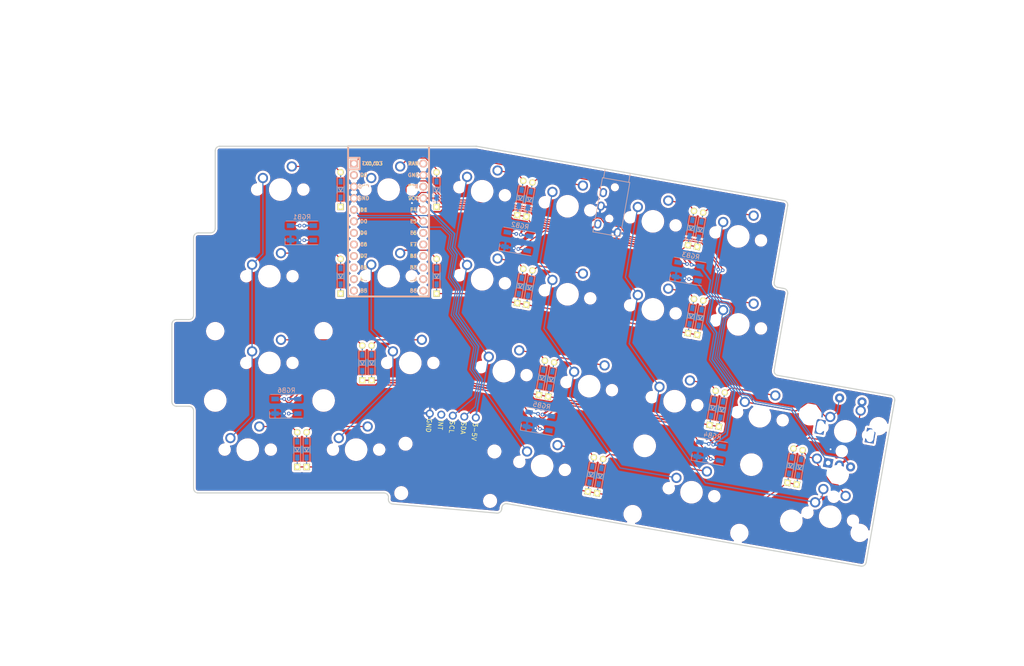
<source format=kicad_pcb>
(kicad_pcb (version 20211014) (generator pcbnew)
  (layers (0 "F.Cu" signal) (31 "B.Cu" signal) (34 "B.Paste" user) (35 "F.Paste" user) (36 "B.SilkS" user "B.Silkscreen") (37 "F.SilkS" user "F.Silkscreen") (38 "B.Mask" user) (39 "F.Mask" user) (44 "Edge.Cuts" user))
  (net 0 "")
  (net 1 "Net-(D1-Pad2)")
  (net 2 "Net-(D2-Pad2)")
  (net 3 "Net-(D3-Pad2)")
  (net 4 "ROW2_L")
  (net 5 "Net-(D4-Pad2)")
  (net 6 "Net-(D5-Pad2)")
  (net 7 "Net-(D6-Pad2)")
  (net 8 "Net-(D7-Pad2)")
  (net 9 "Net-(D8-Pad2)")
  (net 10 "Net-(D9-Pad2)")
  (net 11 "Net-(D10-Pad2)")
  (net 12 "Net-(D11-Pad2)")
  (net 13 "Net-(D12-Pad2)")
  (net 14 "Net-(D13-Pad2)")
  (net 15 "Net-(D14-Pad2)")
  (net 16 "Net-(D15-Pad2)")
  (net 17 "Net-(D16-Pad2)")
  (net 18 "Net-(D17-Pad2)")
  (net 19 "Net-(D18-Pad2)")
  (net 20 "Net-(D19-Pad2)")
  (net 21 "Net-(D20-Pad2)")
  (net 22 "Net-(D21-Pad2)")
  (net 23 "Net-(D22-Pad2)")
  (net 24 "Net-(D23-Pad2)")
  (net 25 "RGB")
  (net 28 "DATA")
  (net 29 "GND")
  (net 30 "VCC")
  (net 31 "ENC_A")
  (net 33 "COL2")
  (net 34 "COL3")
  (net 35 "COL4")
  (net 36 "COL5")
  (net 37 "ENC_B")
  (net 38 "COL1")
  (net 39 "COL0")
  (net 40 "ROW0_L")
  (net 41 "ROW1_L")
  (net 42 "ROW3_L")
  (net 43 "SCL")
  (net 45 "SDA")
  (net 46 "Net-(RGB1-Pad2)")
  (net 47 "Net-(RGB2-Pad2)")
  (net 48 "Net-(RGB3-Pad2)")
  (net 49 "Net-(RGB4-Pad2)")
  (net 50 "Net-(RGB5-Pad2)")
  (net 51 "unconnected-(RGB6-Pad2)")
  (net 52 "ENC_S_A")
  (footprint "kbd:D3_TH_SMD_only_back" (layer "F.Cu") (at 68.269079 62.616561 80)
    (fp_text reference "D12" hide)
    (fp_text value "D_Small" hide)
  )
  (footprint "kbd:D3_TH_SMD_only_back" (layer "F.Cu") (at 70.28498 62.972019 80)
    (fp_text reference "D16" hide)
    (fp_text value "D_Small" hide)
  )
  (footprint "MX_Only:MXOnly-1U-NoLED" (layer "F.Cu") (at 86.655468 46.514701 -10)
    (fp_text reference "MX19")
    (fp_text value "MX-NoLED")
  )
  (footprint "kbd:D3_TH_SMD_only_back" (layer "F.Cu") (at 92.281213 8.818917 80)
    (fp_text reference "D21" hide)
    (fp_text value "D_Small" hide)
  )
  (footprint "MX_Only:MXOnly-1U-NoLED" (layer "F.Cu") (at 44.371793 19.715071 -10)
    (fp_text reference "MX10")
    (fp_text value "MX-NoLED")
  )
  (footprint "MX_Only:MXOnly-1.5U-NoLED" (layer "F.Cu") (at 0 0)
    (fp_text reference "MX1")
    (fp_text value "MX-NoLED")
  )
  (footprint "MX_Only:MXOnly-2.25U-ReversedStabilizers-NoLED" (layer "F.Cu") (at 90.382691 66.515787 -10)
    (fp_text reference "MX16")
    (fp_text value "MX-NoLED")
  )
  (footprint "MX_Only:MXOnly-1U-NoLED" (layer "F.Cu") (at 124.176644 53.130696 -10)
    (fp_text reference "MX24")
    (fp_text value "MX-NoLED")
  )
  (footprint "MX_Only:MXOnly-1U-NoLED" (layer "F.Cu") (at 49.134293 39.898705 -10)
    (fp_text reference "MX11")
    (fp_text value "MX-NoLED")
  )
  (footprint "MX_Only:MXOnly-1U-NoLED" (layer "F.Cu") (at 28.575 38.1)
    (fp_text reference "MX7")
    (fp_text value "MX-NoLED")
  )
  (footprint "MX_Only:MXOnly-1.75U-NoLED" (layer "F.Cu") (at -2.38125 19.05)
    (fp_text reference "MX2")
    (fp_text value "MX-NoLED")
  )
  (footprint "kbd:D3_TH_SMD_only_back" (layer "F.Cu") (at 90.265311 8.463459 80)
    (fp_text reference "D17" hide)
    (fp_text value "D_Small" hide)
  )
  (footprint "kbd:D3_TH_SMD_only_back" (layer "F.Cu") (at 54.760037 21.546799 80)
    (fp_text reference "D14" hide)
    (fp_text value "D_Small" hide)
  )
  (footprint "MX_Only:MXOnly-1.25U-NoLED" (layer "F.Cu") (at -7.14375 57.15)
    (fp_text reference "MX4")
    (fp_text value "MX-NoLED")
  )
  (footprint "MX_Only:MXOnly-1U-NoLED" (layer "F.Cu") (at 100.653556 10.295187 -10)
    (fp_text reference "MX21")
    (fp_text value "MX-NoLED")
  )
  (footprint "kbd:D3_TH_SMD_only_back" (layer "F.Cu") (at 97.043713 48.346428 80)
    (fp_text reference "D23" hide)
    (fp_text value "D_Small" hide)
  )
  (footprint "MX_Only:MXOnly-1U-NoLED" (layer "F.Cu") (at 63.13238 3.679192 -10)
    (fp_text reference "MX13")
    (fp_text value "MX-NoLED")
  )
  (footprint "kbd:D3_TH_SMD_only_back" (layer "F.Cu") (at 18.0265 38.1 90)
    (fp_text reference "D3" hide)
    (fp_text value "D_Small" hide)
  )
  (footprint "MX_Only:MXOnly-1U-NoLED" (layer "F.Cu") (at 67.89488 43.206703 -10)
    (fp_text reference "MX15")
    (fp_text value "MX-NoLED")
  )
  (footprint "Custom_footprints_Léon:Pimoroni_trackpoint" (layer "F.Cu") (at 36.830256 62.138238 175)
    (fp_text reference "U3" hide)
    (fp_text value "Pimoroni_trackpoint")
  )
  (footprint "kbd:ArduinoProMicro_centered" (layer "F.Cu") (at 23.8125 6.985 -90)
    (fp_text reference "U1" hide)
    (fp_text value "ProMicro" hide)
  )
  (footprint "kbd:D3_TH_SMD_only_back" (layer "F.Cu") (at 3.739 57.15 90)
    (fp_text reference "D4" hide)
    (fp_text value "D_Small" hide)
  )
  (footprint "MX_Only:MXOnly-1.25U-NoLED" (layer "F.Cu") (at 16.66875 57.15)
    (fp_text reference "MX8")
    (fp_text value "MX-NoLED")
  )
  (footprint "kbd:D3_TH_SMD_only_back" (layer "F.Cu") (at 34.361 0 90)
    (fp_text reference "D5" hide)
    (fp_text value "D_Small" hide)
  )
  (footprint "MX_Only:MXOnly-1U-NoLED" (layer "F.Cu") (at 120.868646 71.891284 -10)
    (fp_text reference "MX20")
    (fp_text value "MX-NoLED")
  )
  (footprint "kbd:D3_TH_SMD_only_back" (layer "F.Cu") (at 52.744136 21.191341 80)
    (fp_text reference "D10" hide)
    (fp_text value "D_Small" hide)
  )
  (footprint "MX_Only:MXOnly-1U-NoLED" (layer "F.Cu") (at 105.416056 49.822698 -10)
    (fp_text reference "MX23")
    (fp_text value "MX-NoLED")
  )
  (footprint "kbd:D3_TH_SMD_only_back" (layer "F.Cu") (at 13.264 0 90)
    (fp_text reference "D1" hide)
    (fp_text value "D_Small" hide)
  )
  (footprint "kbd:D3_TH_SMD_only_back" (layer "F.Cu") (at 20.0735 38.1 90)
    (fp_text reference "D7" hide)
    (fp_text value "D_Small" hide)
  )
  (footprint "kbd:D3_TH_SMD_only_back" (layer "F.Cu") (at 59.522537 41.730433 80)
    (fp_text reference "D15" hide)
    (fp_text value "D_Small" hide)
  )
  (footprint "kbd:D3_TH_SMD_only_back" (layer "F.Cu") (at 112.1344 60.679262 80)
    (fp_text reference "D24" hide)
    (fp_text value "D_Small" hide)
  )
  (footprint "kbd:D3_TH_SMD_only_back" (layer "F.Cu") (at 34.361 19.05 90)
    (fp_text reference "D6" hide)
    (fp_text value "D_Small" hide)
  )
  (footprint "kbd:D3_TH_SMD_only_back" (layer "F.Cu") (at 92.281213 28.162794 80)
    (fp_text reference "D22" hide)
    (fp_text value "D_Small" hide)
  )
  (footprint "MX_Only:MXOnly-1U-NoLED" (layer "F.Cu") (at 23.8125 0)
    (fp_text reference "MX5")
    (fp_text value "MX-NoLED")
  )
  (footprint "MX_Only:MXOnly-1U-NoLED" (layer "F.Cu") (at 81.892968 6.987189 -10)
    (fp_text reference "MX17")
    (fp_text value "MX-NoLED")
  )
  (footprint "MX_Only:MXOnly-1U-NoLED" (layer "F.Cu") (at 44.371793 0.371194 -10)
    (fp_text reference "MX9")
    (fp_text value "MX-NoLED")
  )
  (footprint "kbd:D3_TH_SMD_only_back" (layer "F.Cu") (at 5.786 57.15 90)
    (fp_text reference "D8" hide)
    (fp_text value "D_Small" hide)
  )
  (footprint "MX_Only:MXOnly-1U-NoLED" (layer "F.Cu") (at 63.13238 23.023069 -10)
    (fp_text reference "MX14")
    (fp_text value "MX-NoLED")
  )
  (footprint "kbd:D3_TH_SMD_only_back" (layer "F.Cu") (at 57.506636 41.374975 80)
    (fp_text reference "D11" hide)
    (fp_text value "D_Small" hide)
  )
  (footprint "MX_Only:MXOnly-1U-NoLED" (layer "F.Cu") (at 100.653556 29.639064 -10)
    (fp_text reference "MX22")
    (fp_text value "MX-NoLED")
  )
  (footprint "kbd:D3_TH_SMD_only_back" (layer "F.Cu") (at 90.265311 27.807336 80)
    (fp_text reference "D18" hide)
    (fp_text value "D_Small" hide)
  )
  (footprint "Custom_footprints_Léon:RotaryEncoder_EC11_Switch" (layer "F.Cu") (at 124.176644 53.130696 80)
    (fp_text reference "SW1" hide)
    (fp_text value "RotaryEncoder_Switch")
  )
  (footprint "MX_Only:MXOnly-2U-ReversedStabilizers-NoLED" (layer "F.Cu") (at 122.522645 62.51099 80)
    (fp_text reference "MX25")
    (fp_text value "MX-NoLED")
  )
  (footprint "MX_Only:MXOnly-2.25U-NoLED" (layer "F.Cu") (at -2.38125 38.1)
    (fp_text reference "MX3")
    (fp_text value "MX-NoLED")
  )
  (footprint "kbd:D3_TH_SMD_only_back" (layer "F.Cu") (at 52.744136 1.847464 80)
    (fp_text reference "D9" hide)
    (fp_text value "D_Small" hide)
  )
  (footprint "MX_Only:MXOnly-1U-NoLED" (layer "F.Cu") (at 23.8125 19.05)
    (fp_text reference "MX6")
    (fp_text value "MX-NoLED")
  )
  (footprint "kbd:D3_TH_SMD_only_back" (layer "F.Cu") (at 13.264 19.05 90)
    (fp_text reference "D2" hide)
    (fp_text value "D_Small" hide)
  )
  (footprint "kbd:D3_TH_SMD_only_back" (layer "F.Cu") (at 114.150302 61.03472 80)
    (fp_text reference "D20" hide)
    (fp_text value "D_Small" hide)
  )
  (footprint "kbd:D3_TH_SMD_only_back" (layer "F.Cu") (at 54.760037 2.202922 80)
    (fp_text reference "D13" hide)
    (fp_text value "D_Small" hide)
  )
  (footprint "MX_Only:MXOnly-1U-NoLED" (layer "F.Cu") (at 81.892968 26.331066 -10)
    (fp_text reference "MX18")
    (fp_text value "MX-NoLED")
  )
  (footprint "MX_Only:MXOnly-1.25U-NoLED" (layer "F.Cu") (at 57.551662 60.726791 -10)
    (fp_text reference "MX12")
    (fp_text value "MX-NoLED")
  )
  (footprint "kbd:D3_TH_SMD_only_back" (layer "F.Cu") (at 95.027811 47.990971 80)
    (fp_text reference "D19" hide)
    (fp_text value "D_Small" hide)
  )
  (footprint "kbd:LED_WS2812B-PLCC4" (layer "B.Cu") (at 1.361625 47.625 180)
    (fp_text reference "RGB6")
    (fp_text value "WS2812B")
  )
  (footprint "kbd:LED_WS2812B-PLCC4" (layer "B.Cu") (at 56.860588 50.932998 170)
    (fp_text reference "RGB5")
    (fp_text value "WS2812B")
  )
  (footprint "keebio-parts:TRRS-PJ-320A" (layer "B.Cu") (at 72.942454 2.895791 170)
    (fp_text reference "U2")
    (fp_text value "TRRS")
  )
  (footprint "kbd:LED_WS2812B-PLCC4" (layer "B.Cu") (at 89.619263 18.021482 170)
    (fp_text reference "RGB3")
    (fp_text value "WS2812B")
  )
  (footprint "kbd:LED_WS2812B-PLCC4" (layer "B.Cu") (at 4.7625 9.525 180)
    (fp_text reference "RGB1")
    (fp_text value "WS2812B")
  )
  (footprint "kbd:LED_WS2812B-PLCC4" (layer "B.Cu") (at 94.381763 57.548993 170)
    (fp_text reference "RGB4")
    (fp_text value "WS2812B")
  )
  (footprint "kbd:LED_WS2812B-PLCC4" (layer "B.Cu") (at 52.098088 11.405487 170)
    (fp_text reference "RGB2")
    (fp_text value "WS2812B")
  )
  (gr_line (start 135.037288 46.389209) (end 128.768589 81.940769) (layer "Edge.Cuts") (width 0.25))
  (gr_line (start -14.2875 8.525) (end -14.2875 -8.525) (layer "Edge.Cuts") (width 0.25))
  (gr_line (start -13.2875 -9.525) (end 43.012488 -9.525) (layer "Edge.Cuts") (width 0.25))
  (gr_arc (start -23.8125 29.575) (mid -23.519607 28.867893) (end -22.8125 28.575) (layer "Edge.Cuts") (width 0.25))
  (gr_arc (start 134.226129 45.230753) (mid 134.871664 45.641978) (end 135.037288 46.389209) (layer "Edge.Cuts") (width 0.25))
  (gr_line (start -22.8125 28.575) (end -20.05 28.575) (layer "Edge.Cuts") (width 0.25))
  (gr_line (start -20.05 47.625) (end -22.8125 47.625) (layer "Edge.Cuts") (width 0.25))
  (gr_line (start -19.05 65.675) (end -19.05 48.625) (layer "Edge.Cuts") (width 0.25))
  (gr_arc (start 110.703041 21.739121) (mid 111.348536 22.150352) (end 111.5142 22.897577) (layer "Edge.Cuts") (width 0.25))
  (gr_arc (start 22.794284 66.675) (mid 23.531572 66.999404) (end 23.790479 67.762156) (layer "Edge.Cuts") (width 0.25))
  (gr_arc (start 24.676771 69.105505) (mid 23.997861 68.752106) (end 23.767732 68.022154) (layer "Edge.Cuts") (width 0.25))
  (gr_arc (start 43.012488 -9.525) (mid 43.099644 -9.521196) (end 43.186137 -9.509808) (layer "Edge.Cuts") (width 0.25))
  (gr_line (start 22.794284 66.675) (end -18.05 66.675) (layer "Edge.Cuts") (width 0.25))
  (gr_arc (start 128.768589 81.940769) (mid 128.357352 82.586251) (end 127.610133 82.751928) (layer "Edge.Cuts") (width 0.25))
  (gr_arc (start 48.6726 70.201048) (mid 48.319195 70.879944) (end 47.589249 71.110087) (layer "Edge.Cuts") (width 0.25))
  (gr_line (start -19.05 27.575) (end -19.05 10.525) (layer "Edge.Cuts") (width 0.25))
  (gr_arc (start 110.703041 2.395244) (mid 111.348572 2.806472) (end 111.5142 3.5537) (layer "Edge.Cuts") (width 0.25))
  (gr_arc (start 109.364659 21.503128) (mid 108.719141 21.091899) (end 108.553499 20.344672) (layer "Edge.Cuts") (width 0.25))
  (gr_line (start 24.676771 69.105505) (end 47.589249 71.110087) (layer "Edge.Cuts") (width 0.25))
  (gr_line (start 111.5142 3.5537) (end 108.553499 20.344672) (layer "Edge.Cuts") (width 0.25))
  (gr_arc (start -14.2875 8.525) (mid -14.580393 9.232107) (end -15.2875 9.525) (layer "Edge.Cuts") (width 0.25))
  (gr_line (start 109.364659 40.847005) (end 134.226129 45.230753) (layer "Edge.Cuts") (width 0.25))
  (gr_arc (start 109.364659 40.847005) (mid 108.719152 40.435775) (end 108.553499 39.688549) (layer "Edge.Cuts") (width 0.25))
  (gr_line (start 127.610133 82.751928) (end 49.86519 69.043397) (layer "Edge.Cuts") (width 0.25))
  (gr_arc (start -19.05 10.525) (mid -18.757107 9.817893) (end -18.05 9.525) (layer "Edge.Cuts") (width 0.25))
  (gr_line (start -23.8125 46.625) (end -23.8125 29.575) (layer "Edge.Cuts") (width 0.25))
  (gr_arc (start -20.05 47.625) (mid -19.342893 47.917893) (end -19.05 48.625) (layer "Edge.Cuts") (width 0.25))
  (gr_line (start -18.05 9.525) (end -15.2875 9.525) (layer "Edge.Cuts") (width 0.25))
  (gr_arc (start -22.8125 47.625) (mid -23.519607 47.332107) (end -23.8125 46.625) (layer "Edge.Cuts") (width 0.25))
  (gr_line (start 23.790479 67.762156) (end 23.767732 68.022154) (layer "Edge.Cuts") (width 0.25))
  (gr_line (start 48.695347 69.941049) (end 48.6726 70.201048) (layer "Edge.Cuts") (width 0.25))
  (gr_arc (start -14.2875 -8.525) (mid -13.994607 -9.232107) (end -13.2875 -9.525) (layer "Edge.Cuts") (width 0.25))
  (gr_arc (start -18.05 66.675) (mid -18.757107 66.382107) (end -19.05 65.675) (layer "Edge.Cuts") (width 0.25))
  (gr_line (start 43.186137 -9.509808) (end 110.703041 2.395244) (layer "Edge.Cuts") (width 0.25))
  (gr_line (start 109.364659 21.503128) (end 110.703041 21.739121) (layer "Edge.Cuts") (width 0.25))
  (gr_arc (start 48.695347 69.941049) (mid 49.08278 69.234867) (end 49.86519 69.043397) (layer "Edge.Cuts") (width 0.25))
  (gr_line (start 111.5142 22.897577) (end 108.553499 39.688549) (layer "Edge.Cuts") (width 0.25))
  (gr_arc (start -19.05 27.575) (mid -19.342893 28.282107) (end -20.05 28.575) (layer "Edge.Cuts") (width 0.25))
  (segment (start 2.54 -5.08) (end 11.994 -5.08) (width 0.25) (layer "F.Cu") (net 1))
  (segment (start 11.994 -5.08) (end 13.264 -3.81) (width 0.25) (layer "F.Cu") (net 1))
  (segment (start 13.264 -1.775) (end 13.264 -3.81) (width 0.25) (layer "B.Cu") (net 1))
  (segment (start 0.15875 13.97) (end 11.994 13.97) (width 0.25) (layer "F.Cu") (net 2))
  (segment (start 11.994 13.97) (end 13.264 15.24) (width 0.25) (layer "F.Cu") (net 2))
  (segment (start 13.264 17.275) (end 13.264 15.24) (width 0.25) (layer "B.Cu") (net 2))
  (segment (start 16.7565 33.02) (end 18.0265 34.29) (width 0.25) (layer "F.Cu") (net 3))
  (segment (start 0.15875 33.02) (end 16.7565 33.02) (width 0.25) (layer "F.Cu") (net 3))
  (segment (start 18.0265 36.325) (end 18.0265 34.29) (width 0.25) (layer "B.Cu") (net 3))
  (segment (start 56.845036 45.127093) (end 38.645231 41.91) (width 0.25) (layer "F.Cu") (net 4))
  (segment (start 20.0735 41.91) (end 18.0265 41.91) (width 0.25) (layer "F.Cu") (net 4))
  (segment (start 94.366211 51.743089) (end 58.860937 45.482551) (width 0.25) (layer "F.Cu") (net 4))
  (segment (start 20.0735 41.91) (end 38.645231 41.91) (width 0.25) (layer "F.Cu") (net 4))
  (segment (start 94.366211 51.743089) (end 96.382113 52.098546) (width 0.25) (layer "F.Cu") (net 4))
  (segment (start 56.845036 45.127093) (end 58.860937 45.482551) (width 0.25) (layer "F.Cu") (net 4))
  (segment (start 94.366211 51.743089) (end 94.719585 49.739005) (width 0.25) (layer "B.Cu") (net 4))
  (segment (start 58.860937 45.482551) (end 59.214311 43.478467) (width 0.25) (layer "B.Cu") (net 4))
  (segment (start 96.382113 52.098546) (end 96.735487 50.094462) (width 0.25) (layer "B.Cu") (net 4))
  (segment (start 56.845036 45.127093) (end 57.19841 43.123009) (width 0.25) (layer "B.Cu") (net 4))
  (segment (start 18.0265 39.875) (end 18.0265 41.91) (width 0.25) (layer "B.Cu") (net 4))
  (segment (start 20.0735 39.875) (end 20.0735 41.91) (width 0.25) (layer "B.Cu") (net 4))
  (segment (start -4.60375 52.07) (end 2.469 52.07) (width 0.25) (layer "F.Cu") (net 5))
  (segment (start 2.469 52.07) (end 3.739 53.34) (width 0.25) (layer "F.Cu") (net 5))
  (segment (start 3.739 53.34) (end 3.739 55.375) (width 0.25) (layer "B.Cu") (net 5))
  (segment (start 34.361 -3.81) (end 34.361 -4.485395) (width 0.25) (layer "F.Cu") (net 6))
  (segment (start 28.1888 -6.9163) (end 26.3525 -5.08) (width 0.25) (layer "F.Cu") (net 6))
  (segment (start 31.930095 -6.9163) (end 28.1888 -6.9163) (width 0.25) (layer "F.Cu") (net 6))
  (segment (start 34.361 -4.485395) (end 31.930095 -6.9163) (width 0.25) (layer "F.Cu") (net 6))
  (segment (start 34.361 -1.775) (end 34.361 -3.81) (width 0.25) (layer "B.Cu") (net 6))
  (segment (start 26.9825 13.335) (end 28.265 13.335) (width 0.25) (layer "F.Cu") (net 7))
  (segment (start 26.9875 13.335) (end 26.3525 13.97) (width 0.25) (layer "F.Cu") (net 7))
  (segment (start 32.456 13.335) (end 34.361 15.24) (width 0.25) (layer "F.Cu") (net 7))
  (segment (start 28.265 13.335) (end 32.456 13.335) (width 0.25) (layer "F.Cu") (net 7))
  (segment (start 28.265 13.335) (end 26.9875 13.335) (width 0.25) (layer "F.Cu") (net 7))
  (segment (start 34.361 17.275) (end 34.361 15.24) (width 0.25) (layer "B.Cu") (net 7))
  (segment (start 31.115 33.02) (end 21.3435 33.02) (width 0.25) (layer "F.Cu") (net 8))
  (segment (start 21.3435 33.02) (end 20.0735 34.29) (width 0.25) (layer "F.Cu") (net 8))
  (segment (start 20.0735 36.325) (end 20.0735 34.29) (width 0.25) (layer "B.Cu") (net 8))
  (segment (start 19.20875 52.07) (end 7.056 52.07) (width 0.25) (layer "F.Cu") (net 9))
  (segment (start 7.056 52.07) (end 5.786 53.34) (width 0.25) (layer "F.Cu") (net 9))
  (segment (start 5.786 55.375) (end 5.786 53.34) (width 0.25) (layer "B.Cu") (net 9))
  (segment (start 47.755337 -4.190563) (end 52.375563 -3.375893) (width 0.25) (layer "F.Cu") (net 10))
  (segment (start 53.405736 -1.904654) (end 52.375563 -3.375893) (width 0.25) (layer "F.Cu") (net 10))
  (segment (start 53.052362 0.09943) (end 53.405736 -1.904654) (width 0.25) (layer "B.Cu") (net 10))
  (segment (start 53.405736 17.439223) (end 52.375563 15.967984) (width 0.25) (layer "F.Cu") (net 11))
  (segment (start 47.755337 15.153314) (end 52.375563 15.967984) (width 0.25) (layer "F.Cu") (net 11))
  (segment (start 53.405736 17.439223) (end 53.052362 19.443307) (width 0.25) (layer "B.Cu") (net 11))
  (segment (start 58.168236 37.622857) (end 57.138063 36.151618) (width 0.25) (layer "F.Cu") (net 12))
  (segment (start 52.517837 35.336948) (end 57.138063 36.151618) (width 0.25) (layer "F.Cu") (net 12))
  (segment (start 57.814862 39.626941) (end 58.168236 37.622857) (width 0.25) (layer "B.Cu") (net 12))
  (segment (start 60.935206 56.165034) (end 67.89269 57.382043) (width 0.25) (layer "F.Cu") (net 13))
  (segment (start 68.930679 58.864443) (end 67.89269 57.382043) (width 0.25) (layer "F.Cu") (net 13))
  (segment (start 68.930679 58.864443) (end 68.577305 60.868527) (width 0.25) (layer "B.Cu") (net 13))
  (segment (start 55.421637 -1.549196) (end 56.892876 -2.579369) (width 0.25) (layer "F.Cu") (net 14))
  (segment (start 66.515924 -0.882565) (end 56.892876 -2.579369) (width 0.25) (layer "F.Cu") (net 14))
  (segment (start 55.068263 0.454888) (end 55.421637 -1.549196) (width 0.25) (layer "B.Cu") (net 14))
  (segment (start 66.515924 18.461312) (end 56.892876 16.764508) (width 0.25) (layer "F.Cu") (net 15))
  (segment (start 55.421637 17.794681) (end 56.892876 16.764508) (width 0.25) (layer "F.Cu") (net 15))
  (segment (start 55.421637 17.794681) (end 55.068263 19.798765) (width 0.25) (layer "B.Cu") (net 15))
  (segment (start 71.278424 38.644946) (end 61.655376 36.948143) (width 0.25) (layer "F.Cu") (net 16))
  (segment (start 60.184137 37.978315) (end 61.655376 36.948143) (width 0.25) (layer "F.Cu") (net 16))
  (segment (start 59.830763 39.982399) (end 60.184137 37.978315) (width 0.25) (layer "B.Cu") (net 16))
  (segment (start 93.766235 61.95403) (end 72.417819 58.189729) (width 0.25) (layer "F.Cu") (net 17))
  (segment (start 70.94658 59.219901) (end 72.417819 58.189729) (width 0.25) (layer "F.Cu") (net 17))
  (segment (start 70.94658 59.219901) (end 70.593206 61.223985) (width 0.25) (layer "B.Cu") (net 17))
  (segment (start 85.276512 2.425432) (end 89.896738 3.240103) (width 0.25) (layer "F.Cu") (net 18))
  (segment (start 90.926911 4.711341) (end 89.896738 3.240103) (width 0.25) (layer "F.Cu") (net 18))
  (segment (start 90.573537 6.715425) (end 90.926911 4.711341) (width 0.25) (layer "B.Cu") (net 18))
  (segment (start 90.926911 24.055218) (end 89.896738 22.58398) (width 0.25) (layer "F.Cu") (net 19))
  (segment (start 85.276512 21.769309) (end 89.896738 22.58398) (width 0.25) (layer "F.Cu") (net 19))
  (segment (start 90.573537 26.059302) (end 90.926911 24.055218) (width 0.25) (layer "B.Cu") (net 19))
  (segment (start 95.689411 44.238853) (end 94.659238 42.767614) (width 0.25) (layer "F.Cu") (net 20))
  (segment (start 90.039012 41.952944) (end 94.659238 42.767614) (width 0.25) (layer "F.Cu") (net 20))
  (segment (start 95.336037 46.242937) (end 95.689411 44.238853) (width 0.25) (layer "B.Cu") (net 20))
  (segment (start 121.144966 64.673513) (end 117.82021 59.92527) (width 0.25) (layer "F.Cu") (net 21))
  (segment (start 114.811902 57.282602) (end 115.842074 58.753842) (width 0.25) (layer "F.Cu") (net 21))
  (segment (start 117.960888 59.127446) (end 117.82021 59.92527) (width 0.25) (layer "F.Cu") (net 21))
  (segment (start 122.568143 64.924458) (end 121.144966 64.673513) (width 0.25) (layer "F.Cu") (net 21))
  (segment (start 117.960888 59.127446) (end 115.842074 58.753842) (width 0.25) (layer "F.Cu") (net 21))
  (segment (start 124.25219 67.329527) (end 122.568143 64.924458) (width 0.25) (layer "F.Cu") (net 21))
  (segment (start 114.458528 59.286686) (end 114.811902 57.282602) (width 0.25) (layer "B.Cu") (net 21))
  (segment (start 104.0371 5.73343) (end 94.414051 4.036627) (width 0.25) (layer "F.Cu") (net 22))
  (segment (start 92.942813 5.066799) (end 94.414051 4.036627) (width 0.25) (layer "F.Cu") (net 22))
  (segment (start 92.589439 7.070883) (end 92.942813 5.066799) (width 0.25) (layer "B.Cu") (net 22))
  (segment (start 92.942813 24.410676) (end 94.414051 23.380504) (width 0.25) (layer "F.Cu") (net 23))
  (segment (start 104.0371 25.077307) (end 94.414051 23.380504) (width 0.25) (layer "F.Cu") (net 23))
  (segment (start 92.589439 26.41476) (end 92.942813 24.410676) (width 0.25) (layer "B.Cu") (net 23))
  (segment (start 97.705313 44.59431) (end 99.176551 43.564138) (width 0.25) (layer "F.Cu") (net 24))
  (segment (start 108.7996 45.260941) (end 99.176551 43.564138) (width 0.25) (layer "F.Cu") (net 24))
  (segment (start 97.351939 46.598394) (end 97.705313 44.59431) (width 0.25) (layer "B.Cu") (net 24))
  (via (at 4.2625 7.925) (size 0.8) (drill 0.4) (layers "F.Cu" "B.Cu") (net 25))
  (segment (start 2.2625 7.925) (end 4.2625 7.925) (width 0.25) (layer "B.Cu") (net 25))
  (segment (start 17.8438 -7.3663) (end 38.095056 -7.3663) (width 0.25) (layer "F.Cu") (net 28))
  (segment (start 38.095056 -7.3663) (end 69.210038 -1.879889) (width 0.25) (layer "F.Cu") (net 28))
  (segment (start 16.1925 -5.715) (end 17.8438 -7.3663) (width 0.25) (layer "F.Cu") (net 28))
  (segment (start 70.998645 0.674506) (end 69.210038 -1.879889) (width 0.25) (layer "F.Cu") (net 28))
  (via (at 120.942758 57.074046) (size 0.8) (drill 0.4) (layers "F.Cu" "B.Cu") (net 29))
  (via (at 4.2625 11.125) (size 0.8) (drill 0.4) (layers "F.Cu" "B.Cu") (net 29))
  (via (at 0.861625 49.225) (size 0.8) (drill 0.4) (layers "F.Cu" "B.Cu") (net 29))
  (via (at 28.95 2.97) (size 0.8) (drill 0.4) (layers "F.Cu" "B.Cu") (net 29))
  (via (at 88.849022 19.510351) (size 0.8) (drill 0.4) (layers "F.Cu" "B.Cu") (net 29))
  (via (at 56.090347 52.421866) (size 0.8) (drill 0.4) (layers "F.Cu" "B.Cu") (net 29))
  (via (at 51.327847 12.894355) (size 0.8) (drill 0.4) (layers "F.Cu" "B.Cu") (net 29))
  (via (at 93.611522 59.037861) (size 0.8) (drill 0.4) (layers "F.Cu" "B.Cu") (net 29))
  (segment (start 86.879407 19.163054) (end 88.849022 19.510351) (width 0.4) (layer "B.Cu") (net 29))
  (segment (start 49.358232 12.547059) (end 51.327847 12.894355) (width 0.4) (layer "B.Cu") (net 29))
  (segment (start -1.138375 49.225) (end 0.861625 49.225) (width 0.4) (layer "B.Cu") (net 29))
  (segment (start 54.120732 52.07457) (end 56.090347 52.421866) (width 0.4) (layer "B.Cu") (net 29))
  (segment (start 91.641907 58.690565) (end 93.611522 59.037861) (width 0.4) (layer "B.Cu") (net 29))
  (segment (start 4.2625 11.125) (end 2.2625 11.125) (width 0.4) (layer "B.Cu") (net 29))
  (segment (start 51.422232 4.367706) (end 55.140247 5.023292) (width 0.4) (layer "F.Cu") (net 30))
  (segment (start 90.389504 16.532614) (end 90.412316 16.403239) (width 0.4) (layer "F.Cu") (net 30))
  (segment (start 59.521242 46.714426) (end 60.185616 46.249226) (width 0.4) (layer "F.Cu") (net 30))
  (segment (start 17.162315 43.0085) (end 20.937685 43.0085) (width 0.4) (layer "F.Cu") (net 30))
  (segment (start 54.839509 7.928709) (end 88.653211 13.890977) (width 0.4) (layer "F.Cu") (net 30))
  (segment (start 20.937685 43.0085) (end 21.511185 42.435) (width 0.4) (layer "F.Cu") (net 30))
  (segment (start 35.798685 4.335) (end 35.225185 4.9085) (width 0.4) (layer "F.Cu") (net 30))
  (segment (start 92.369316 51.92408) (end 95.174816 55.93075) (width 0.4) (layer "F.Cu") (net 30))
  (segment (start 51.040727 6.531329) (end 50.762094 6.133399) (width 0.4) (layer "F.Cu") (net 30))
  (segment (start 40.562867 4.335) (end 35.798685 4.335) (width 0.4) (layer "F.Cu") (net 30))
  (segment (start 50.491413 5.019473) (end 51.422232 4.367706) (width 0.4) (layer "F.Cu") (net 30))
  (segment (start 33.496815 4.9085) (end 32.98565 4.397335) (width 0.4) (layer "F.Cu") (net 30))
  (segment (start 69.783108 7.56816) (end 67.582042 9.109363) (width 0.4) (layer "F.Cu") (net 30))
  (segment (start 35.798685 3.285) (end 34.418685 1.905) (width 0.4) (layer "F.Cu") (net 30))
  (segment (start 55.338027 45.394465) (end 55.803227 46.05884) (width 0.4) (layer "F.Cu") (net 30))
  (segment (start 55.140247 5.023292) (end 56.651842 7.182074) (width 0.4) (layer "F.Cu") (net 30))
  (segment (start 40.65473 3.285) (end 35.798685 3.285) (width 0.4) (layer "F.Cu") (net 30))
  (segment (start 54.258314 7.098676) (end 51.040727 6.531329) (width 0.4) (layer "F.Cu") (net 30))
  (segment (start 21.511185 42.435) (end 38.554066 42.435) (width 0.4) (layer "F.Cu") (net 30))
  (segment (start 16.588815 42.435) (end 5.451625 42.435) (width 0.4) (layer "F.Cu") (net 30))
  (segment (start 55.803227 46.05884) (end 59.521242 46.714426) (width 0.4) (layer "F.Cu") (net 30))
  (segment (start 40.65473 3.285) (end 50.491413 5.019473) (width 0.4) (layer "F.Cu") (net 30))
  (segment (start 32.98565 4.397335) (end 32.98565 3.45815) (width 0.4) (layer "F.Cu") (net 30))
  (segment (start 90.412316 16.403239) (end 88.653211 13.890977) (width 0.4) (layer "F.Cu") (net 30))
  (segment (start 52.868329 9.916618) (end 52.990571 9.223349) (width 0.4) (layer "F.Cu") (net 30))
  (segment (start 56.651842 7.182074) (end 67.582042 9.109363) (width 0.4) (layer "F.Cu") (net 30))
  (segment (start 60.185616 46.249226) (end 92.369316 51.92408) (width 0.4) (layer "F.Cu") (net 30))
  (segment (start 95.174816 55.93075) (end 95.152003 56.060125) (width 0.4) (layer "F.Cu") (net 30))
  (segment (start 32.98565 3.45815) (end 31.4325 1.905) (width 0.4) (layer "F.Cu") (net 30))
  (segment (start 50.762094 6.133399) (end 40.562867 4.335) (width 0.4) (layer "F.Cu") (net 30))
  (segment (start 17.162315 43.0085) (end 16.588815 42.435) (width 0.4) (layer "F.Cu") (net 30))
  (segment (start 38.554066 42.435) (end 55.338027 45.394465) (width 0.4) (layer "F.Cu") (net 30))
  (segment (start 34.418685 1.905) (end 31.4325 1.905) (width 0.4) (layer "F.Cu") (net 30))
  (segment (start 52.990571 9.223349) (end 54.839509 7.928709) (width 0.4) (layer "F.Cu") (net 30))
  (segment (start 35.225185 4.9085) (end 33.496815 4.9085) (width 0.4) (layer "F.Cu") (net 30))
  (segment (start 54.839509 7.928709) (end 54.258314 7.098676) (width 0.4) (layer "F.Cu") (net 30))
  (segment (start 5.451625 42.435) (end 1.861625 46.025) (width 0.4) (layer "F.Cu") (net 30))
  (segment (start 57.630829 49.44413) (end 61.789686 46.532067) (width 0.4) (layer "F.Cu") (net 30))
  (via (at 57.630829 49.44413) (size 0.8) (drill 0.4) (layers "F.Cu" "B.Cu") (net 30))
  (via (at 1.861625 46.025) (size 0.8) (drill 0.4) (layers "F.Cu" "B.Cu") (net 30))
  (via (at 95.152003 56.06) (size 0.8) (drill 0.4) (layers "F.Cu" "B.Cu") (net 30))
  (via (at 90.389504 16.532614) (size 0.8) (drill 0.4) (layers "F.Cu" "B.Cu") (net 30))
  (via (at 52.868329 9.916618) (size 0.8) (drill 0.4) (layers "F.Cu" "B.Cu") (net 30))
  (via (at 5.2625 7.925) (size 0.8) (drill 0.4) (layers "F.Cu" "B.Cu") (net 30))
  (segment (start 94.06301 22.707759) (end 94.541139 19.996157) (width 0.4) (layer "B.Cu") (net 30))
  (segment (start 99.871118 44.384676) (end 94.902767 37.289136) (width 0.4) (layer "B.Cu") (net 30))
  (segment (start 39.647896 21.541353) (end 38.621004 27.365143) (width 0.4) (layer "B.Cu") (net 30))
  (segment (start 95.152003 56.060125) (end 98.187159 53.934886) (width 0.4) (layer "B.Cu") (net 30))
  (segment (start 94.902767 37.289136) (end 95.929659 31.465346) (width 0.4) (layer "B.Cu") (net 30))
  (segment (start 3.861625 46.025) (end 1.861625 46.025) (width 0.4) (layer "B.Cu") (net 30))
  (segment (start 92.359119 16.87991) (end 94.541139 19.996157) (width 0.4) (layer "B.Cu") (net 30))
  (segment (start 38.826855 14.277049) (end 37.968795 19.143349) (width 0.4) (layer "B.Cu") (net 30))
  (segment (start 38.319499 9.731185) (end 37.781247 12.783766) (width 0.4) (layer "B.Cu") (net 30))
  (segment (start 97.121619 56.407421) (end 95.152003 56.060125) (width 0.4) (layer "B.Cu") (net 30))
  (segment (start 42.980372 50.128555) (end 43.031337 49.546016) (width 0.4) (layer "B.Cu") (net 30))
  (segment (start 95.929659 31.465346) (end 94.250558 29.067343) (width 0.4) (layer "B.Cu") (net 30))
  (segment (start 31.4325 1.905) (end 32.98565 3.45815) (width 0.4) (layer "B.Cu") (net 30))
  (segment (start 54.837944 10.263915) (end 52.868329 9.916618) (width 0.4) (layer "B.Cu") (net 30))
  (segment (start 37.968795 19.143349) (end 39.647896 21.541353) (width 0.4) (layer "B.Cu") (net 30))
  (segment (start 38.621004 27.365143) (end 43.589355 34.460683) (width 0.4) (layer "B.Cu") (net 30))
  (segment (start 94.250558 29.067343) (end 95.108618 24.201042) (width 0.4) (layer "B.Cu") (net 30))
  (segment (start 32.98565 3.45815) (end 32.98565 4.397335) (width 0.4) (layer "B.Cu") (net 30))
  (segment (start 98.187159 53.934886) (end 99.871118 44.384676) (width 0.4) (layer "B.Cu") (net 30))
  (segment (start 42.731295 39.326983) (end 44.410396 41.724987) (width 0.4) (layer "B.Cu") (net 30))
  (segment (start 95.108618 24.201042) (end 94.06301 22.707759) (width 0.4) (layer "B.Cu") (net 30))
  (segment (start 59.600444 49.791426) (end 57.630829 49.44413) (width 0.4) (layer "B.Cu") (net 30))
  (segment (start 5.2625 7.925) (end 7.2625 7.925) (width 0.4) (layer "B.Cu") (net 30))
  (segment (start 92.359119 16.87991) (end 90.389504 16.532614) (width 0.4) (layer "B.Cu") (net 30))
  (segment (start 37.781247 12.783766) (end 38.826855 14.277049) (width 0.4) (layer "B.Cu") (net 30))
  (segment (start 32.98565 4.397335) (end 38.319499 9.731185) (width 0.4) (layer "B.Cu") (net 30))
  (segment (start 44.410396 41.724987) (end 43.031337 49.546016) (width 0.4) (layer "B.Cu") (net 30))
  (segment (start 43.589355 34.460683) (end 42.731295 39.326983) (width 0.4) (layer "B.Cu") (net 30))
  (segment (start 76.595757 10.774881) (end 86.802196 12.574552) (width 0.25) (layer "F.Cu") (net 31))
  (segment (start 33.891148 0.635) (end 36.016148 2.76) (width 0.25) (layer "F.Cu") (net 31))
  (segment (start 92.617805 11.707754) (end 96.335658 17.017398) (width 0.25) (layer "F.Cu") (net 31))
  (segment (start 30.2312 3.2437) (end 31.4325 4.445) (width 0.25) (layer "F.Cu") (net 31))
  (segment (start 70.472103 6.344208) (end 71.364378 7.618509) (width 0.25) (layer "F.Cu") (net 31))
  (segment (start 56.957166 6.702812) (end 66.42645 8.372502) (width 0.25) (layer "F.Cu") (net 31))
  (segment (start 30.2312 1.407405) (end 31.003605 0.635) (width 0.25) (layer "F.Cu") (net 31))
  (segment (start 88.960978 11.062957) (end 92.617805 11.707754) (width 0.25) (layer "F.Cu") (net 31))
  (segment (start 30.2312 1.407405) (end 30.2312 1.8612) (width 0.25) (layer "F.Cu") (net 31))
  (segment (start 36.016148 2.76) (end 40.700662 2.76) (width 0.25) (layer "F.Cu") (net 31))
  (segment (start 96.335658 17.017398) (end 96.239262 17.564084) (width 0.25) (layer "F.Cu") (net 31))
  (segment (start 86.802196 12.574552) (end 88.960978 11.062957) (width 0.25) (layer "F.Cu") (net 31))
  (segment (start 40.700662 2.76) (end 50.36842 4.464687) (width 0.25) (layer "F.Cu") (net 31))
  (segment (start 51.299239 3.81292) (end 55.44557 4.54403) (width 0.25) (layer "F.Cu") (net 31))
  (segment (start 71.364378 7.618509) (end 74.811206 8.226278) (width 0.25) (layer "F.Cu") (net 31))
  (segment (start 50.36842 4.464687) (end 51.299239 3.81292) (width 0.25) (layer "F.Cu") (net 31))
  (segment (start 66.42645 8.372502) (end 69.554281 6.182371) (width 0.25) (layer "F.Cu") (net 31))
  (segment (start 74.811206 8.226278) (end 76.595757 10.774881) (width 0.25) (layer "F.Cu") (net 31))
  (segment (start 31.003605 0.635) (end 33.891148 0.635) (width 0.25) (layer "F.Cu") (net 31))
  (segment (start 55.44557 4.54403) (end 56.957166 6.702812) (width 0.25) (layer "F.Cu") (net 31))
  (segment (start 69.554281 6.182371) (end 70.472103 6.344208) (width 0.25) (layer "F.Cu") (net 31))
  (segment (start 30.2312 1.8612) (end 30.2312 3.2437) (width 0.25) (layer "F.Cu") (net 31))
  (via (at 96.239262 17.564084) (size 0.8) (drill 0.4) (layers "F.Cu" "B.Cu") (net 31))
  (segment (start 102.94828 45.336011) (end 104.124461 47.015772) (width 0.25) (layer "B.Cu") (net 31))
  (segment (start 98.18578 25.152376) (end 96.793051 24.906801) (width 0.25) (layer "B.Cu") (net 31))
  (segment (start 96.793051 24.906801) (end 95.316396 22.797919) (width 0.25) (layer "B.Cu") (net 31))
  (segment (start 96.239262 17.564084) (end 95.316396 22.797919) (width 0.25) (layer "B.Cu") (net 31))
  (segment (start 98.874771 26.136358) (end 98.666181 27.319328) (width 0.25) (layer "B.Cu") (net 31))
  (segment (start 104.124461 47.015772) (end 112.268221 48.451736) (width 0.25) (layer "B.Cu") (net 31))
  (segment (start 95.933084 37.06072) (end 101.555551 45.090435) (width 0.25) (layer "B.Cu") (net 31))
  (segment (start 101.555551 45.090435) (end 102.94828 45.336011) (width 0.25) (layer "B.Cu") (net 31))
  (segment (start 98.666181 27.319328) (end 97.507725 28.130487) (width 0.25) (layer "B.Cu") (net 31))
  (segment (start 97.507725 28.130487) (end 95.933084 37.06072) (width 0.25) (layer "B.Cu") (net 31))
  (segment (start 98.18578 25.152376) (end 98.874771 26.136358) (width 0.25) (layer "B.Cu") (net 31))
  (segment (start 120.412263 60.082634) (end 112.268221 48.451736) (width 0.25) (layer "B.Cu") (net 31))
  (segment (start 41.060742 16.55206) (end 39.17579 27.24215) (width 0.25) (layer "B.Cu") (net 33))
  (segment (start 41.060742 -2.791817) (end 38.336033 12.660773) (width 0.25) (layer "B.Cu") (net 33))
  (segment (start 45.823242 36.735694) (end 44.593234 43.711413) (width 0.25) (layer "B.Cu") (net 33))
  (segment (start 54.240611 57.56378) (end 44.593234 43.711413) (width 0.25) (layer "B.Cu") (net 33))
  (segment (start 41.060742 16.55206) (end 38.336033 12.660773) (width 0.25) (layer "B.Cu") (net 33))
  (segment (start 45.823242 36.735694) (end 39.17579 27.24215) (width 0.25) (layer "B.Cu") (net 33))
  (segment (start 64.583829 40.043692) (end 63.640868 45.391493) (width 0.25) (layer "B.Cu") (net 34))
  (segment (start 59.821329 19.860058) (end 57.096621 15.96877) (width 0.25) (layer "B.Cu") (net 34))
  (segment (start 59.821329 0.516181) (end 57.096621 15.96877) (width 0.25) (layer "B.Cu") (net 34))
  (segment (start 59.821329 19.860058) (end 57.936378 30.550147) (width 0.25) (layer "B.Cu") (net 34))
  (segment (start 87.07164 63.352776) (end 74.688638 61.169344) (width 0.25) (layer "B.Cu") (net 34))
  (segment (start 64.583829 40.043692) (end 57.936378 30.550147) (width 0.25) (layer "B.Cu") (net 34))
  (segment (start 63.640868 45.391493) (end 74.688638 61.169344) (width 0.25) (layer "B.Cu") (net 34))
  (segment (start 82.401455 48.699491) (end 93.449226 64.477342) (width 0.25) (layer "B.Cu") (net 35))
  (segment (start 78.581917 23.168055) (end 75.857208 19.276768) (width 0.25) (layer "B.Cu") (net 35))
  (segment (start 83.344417 43.35169) (end 82.401455 48.699491) (width 0.25) (layer "B.Cu") (net 35))
  (segment (start 83.344417 43.35169) (end 76.696966 33.858145) (width 0.25) (layer "B.Cu") (net 35))
  (segment (start 119.359634 65.822041) (end 119.028834 67.6981) (width 0.25) (layer "B.Cu") (net 35))
  (segment (start 117.557595 68.728273) (end 119.028834 67.6981) (width 0.25) (layer "B.Cu") (net 35))
  (segment (start 78.581917 23.168055) (end 76.696966 33.858145) (width 0.25) (layer "B.Cu") (net 35))
  (segment (start 93.449226 64.477342) (end 117.557595 68.728273) (width 0.25) (layer "B.Cu") (net 35))
  (segment (start 78.581917 3.824178) (end 75.857208 19.276768) (width 0.25) (layer "B.Cu") (net 35))
  (segment (start 119.63102 49.749997) (end 117.838235 47.189634) (width 0.25) (layer "F.Cu") (net 36))
  (segment (start 102.105005 46.659687) (end 113.345225 48.641641) (width 0.25) (layer "F.Cu") (net 36))
  (segment (start 117.838235 47.189634) (end 115.905588 46.848856) (width 0.25) (layer "F.Cu") (net 36))
  (segment (start 120.865593 49.967685) (end 119.63102 49.749997) (width 0.25) (layer "F.Cu") (net 36))
  (segment (start 115.905588 46.848856) (end 113.345225 48.641641) (width 0.25) (layer "F.Cu") (net 36))
  (segment (start 102.105005 46.659687) (end 95.457553 37.166143) (width 0.25) (layer "B.Cu") (net 36))
  (segment (start 97.342505 7.132176) (end 94.617796 22.584766) (width 0.25) (layer "B.Cu") (net 36))
  (segment (start 97.342505 26.476053) (end 95.457553 37.166143) (width 0.25) (layer "B.Cu") (net 36))
  (segment (start 97.342505 26.476053) (end 94.617796 22.584766) (width 0.25) (layer "B.Cu") (net 36))
  (segment (start 120.865593 49.967685) (end 122.38317 48.905065) (width 0.25) (layer "B.Cu") (net 36))
  (segment (start 122.930162 45.802921) (end 122.38317 48.905065) (width 0.25) (layer "B.Cu") (net 36))
  (segment (start 55.707276 4.133234) (end 57.218872 6.292016) (width 0.25) (layer "F.Cu") (net 37))
  (segment (start 40.740032 2.31) (end 50.262997 3.989156) (width 0.25) (layer "F.Cu") (net 37))
  (segment (start 36.202544 2.31) (end 40.740032 2.31) (width 0.25) (layer "F.Cu") (net 37))
  (segment (start 86.696774 12.099021) (end 88.855556 10.587426) (width 0.25) (layer "F.Cu") (net 37))
  (segment (start 70.733809 5.933412) (end 71.626084 7.207713) (width 0.25) (layer "F.Cu") (net 37))
  (segment (start 88.855556 10.587426) (end 92.879511 11.296958) (width 0.25) (layer "F.Cu") (net 37))
  (segment (start 27.6425 -0.517768) (end 29.029732 -1.905) (width 0.25) (layer "F.Cu") (net 37))
  (segment (start 31.987544 -1.905) (end 36.202544 2.31) (width 0.25) (layer "F.Cu") (net 37))
  (segment (start 71.626084 7.207713) (end 75.072912 7.815482) (width 0.25) (layer "F.Cu") (net 37))
  (segment (start 51.193817 3.337389) (end 55.707276 4.133234) (width 0.25) (layer "F.Cu") (net 37))
  (segment (start 57.218872 6.292016) (end 66.321028 7.896971) (width 0.25) (layer "F.Cu") (net 37))
  (segment (start 76.857463 10.364085) (end 86.696774 12.099021) (width 0.25) (layer "F.Cu") (net 37))
  (segment (start 50.262997 3.989156) (end 51.193817 3.337389) (width 0.25) (layer "F.Cu") (net 37))
  (segment (start 69.448858 5.706841) (end 70.733809 5.933412) (width 0.25) (layer "F.Cu") (net 37))
  (segment (start 27.6425 3.195) (end 27.6425 -0.517768) (width 0.25) (layer "F.Cu") (net 37))
  (segment (start 75.072912 7.815482) (end 76.857463 10.364085) (width 0.25) (layer "F.Cu") (net 37))
  (segment (start 29.029732 -1.905) (end 31.987544 -1.905) (width 0.25) (layer "F.Cu") (net 37))
  (segment (start 66.321028 7.896971) (end 69.448858 5.706841) (width 0.25) (layer "F.Cu") (net 37))
  (segment (start 97.257326 17.549126) (end 97.22407 17.737732) (width 0.25) (layer "F.Cu") (net 37))
  (segment (start 92.879511 11.296958) (end 97.257326 17.549126) (width 0.25) (layer "F.Cu") (net 37))
  (segment (start 31.4325 6.985) (end 27.6425 3.195) (width 0.25) (layer "F.Cu") (net 37))
  (via (at 97.22407 17.737732) (size 0.8) (drill 0.4) (layers "F.Cu" "B.Cu") (net 37))
  (segment (start 125.336302 60.950875) (end 124.046558 59.10893) (width 0.25) (layer "B.Cu") (net 37))
  (segment (start 95.791927 22.692496) (end 97.054757 24.496005) (width 0.25) (layer "B.Cu") (net 37))
  (segment (start 104.386167 46.604976) (end 112.529927 48.04094) (width 0.25) (layer "B.Cu") (net 37))
  (segment (start 97.054757 24.496005) (end 98.447486 24.74158) (width 0.25) (layer "B.Cu") (net 37))
  (segment (start 96.564107 18.313245) (end 95.791927 22.692496) (width 0.25) (layer "B.Cu") (net 37))
  (segment (start 97.22407 17.737732) (end 97.201258 17.867107) (width 0.25) (layer "B.Cu") (net 37))
  (segment (start 99.350302 26.030935) (end 99.076977 27.581034) (width 0.25) (layer "B.Cu") (net 37))
  (segment (start 103.209986 44.925215) (end 104.386167 46.604976) (width 0.25) (layer "B.Cu") (net 37))
  (segment (start 96.408615 36.955298) (end 101.817257 44.679639) (width 0.25) (layer "B.Cu") (net 37))
  (segment (start 101.817257 44.679639) (end 103.209986 44.925215) (width 0.25) (layer "B.Cu") (net 37))
  (segment (start 98.447486 24.74158) (end 99.350302 26.030935) (width 0.25) (layer "B.Cu") (net 37))
  (segment (start 119.749247 58.351198) (end 124.046558 59.10893) (width 0.25) (layer "B.Cu") (net 37))
  (segment (start 99.076977 27.581034) (end 97.918521 28.392193) (width 0.25) (layer "B.Cu") (net 37))
  (segment (start 97.918521 28.392193) (end 96.408615 36.955298) (width 0.25) (layer "B.Cu") (net 37))
  (segment (start 97.201258 17.867107) (end 96.564107 18.313245) (width 0.25) (layer "B.Cu") (net 37))
  (segment (start 112.529927 48.04094) (end 119.749247 58.351198) (width 0.25) (layer "B.Cu") (net 37))
  (segment (start 20.0025 16.51) (end 20.0025 30.7975) (width 0.25) (layer "B.Cu") (net 38))
  (segment (start 20.0025 30.7975) (end 24.765 35.56) (width 0.25) (layer "B.Cu") (net 38))
  (segment (start 24.765 35.56) (end 24.765 42.70375) (width 0.25) (layer "B.Cu") (net 38))
  (segment (start 24.765 42.70375) (end 12.85875 54.61) (width 0.25) (layer "B.Cu") (net 38))
  (segment (start -6.19125 35.56) (end -6.19125 49.8475) (width 0.25) (layer "B.Cu") (net 39))
  (segment (start -3.81 14.12875) (end -6.19125 16.51) (width 0.25) (layer "B.Cu") (net 39))
  (segment (start -6.19125 49.8475) (end -10.95375 54.61) (width 0.25) (layer "B.Cu") (net 39))
  (segment (start -6.19125 16.51) (end -6.19125 35.56) (width 0.25) (layer "B.Cu") (net 39))
  (segment (start -3.81 -2.54) (end -3.81 14.12875) (width 0.25) (layer "B.Cu") (net 39))
  (segment (start 40.608799 3.81) (end 51.816091 5.786148) (width 0.25) (layer "F.Cu") (net 40))
  (segment (start 52.082536 5.599582) (end 51.816091 5.786148) (width 0.25) (layer "F.Cu") (net 40))
  (segment (start 52.082536 5.599582) (end 54.098437 5.95504) (width 0.25) (layer "F.Cu") (net 40))
  (segment (start 54.098437 5.95504) (end 55.144833 7.449447) (width 0.25) (layer "F.Cu") (net 40))
  (segment (start 89.603711 12.215577) (end 91.619613 12.571035) (width 0.25) (layer "F.Cu") (net 40))
  (segment (start 55.144833 7.449447) (end 88.109304 13.261972) (width 0.25) (layer "F.Cu") (net 40))
  (segment (start 89.603711 12.215577) (end 88.109304 13.261972) (width 0.25) (layer "F.Cu") (net 40))
  (segment (start 34.361 3.81) (end 40.608799 3.81) (width 0.25) (layer "F.Cu") (net 40))
  (segment (start 91.619613 12.571035) (end 91.972987 10.566951) (width 0.25) (layer "B.Cu") (net 40))
  (segment (start 54.098437 5.95504) (end 54.451811 3.950956) (width 0.25) (layer "B.Cu") (net 40))
  (segment (start 34.361 3.81) (end 34.361 1.775) (width 0.25) (layer "B.Cu") (net 40))
  (segment (start 52.082536 5.599582) (end 52.43591 3.595498) (width 0.25) (layer "B.Cu") (net 40))
  (segment (start 89.603711 12.215577) (end 89.957085 10.211493) (width 0.25) (layer "B.Cu") (net 40))
  (segment (start 13.264 1.775) (end 13.264 3.81) (width 0.25) (layer "B.Cu") (net 40))
  (segment (start 89.603711 31.559454) (end 91.619613 31.914912) (width 0.25) (layer "F.Cu") (net 41))
  (segment (start 52.082536 24.943459) (end 54.098437 25.298917) (width 0.25) (layer "F.Cu") (net 41))
  (segment (start 34.361 22.86) (end 40.266657 22.86) (width 0.25) (layer "F.Cu") (net 41))
  (segment (start 52.082536 24.943459) (end 40.266657 22.86) (width 0.25) (layer "F.Cu") (net 41))
  (segment (start 89.603711 31.559454) (end 54.098437 25.298917) (width 0.25) (layer "F.Cu") (net 41))
  (segment (start 91.619613 31.914912) (end 91.972987 29.910828) (width 0.25) (layer "B.Cu") (net 41))
  (segment (start 89.603711 31.559454) (end 89.957085 29.55537) (width 0.25) (layer "B.Cu") (net 41))
  (segment (start 54.098437 25.298917) (end 54.451811 23.294833) (width 0.25) (layer "B.Cu") (net 41))
  (segment (start 13.264 20.825) (end 13.264 22.86) (width 0.25) (layer "B.Cu") (net 41))
  (segment (start 34.361 20.825) (end 34.361 22.86) (width 0.25) (layer "B.Cu") (net 41))
  (segment (start 52.082536 24.943459) (end 52.43591 22.939375) (width 0.25) (layer "B.Cu") (net 41))
  (segment (start 5.786 60.96) (end 36.933339 60.96) (width 0.25) (layer "F.Cu") (net 42))
  (segment (start 111.4728 64.43138) (end 113.488702 64.786838) (width 0.25) (layer "F.Cu") (net 42))
  (segment (start 67.607479 66.368679) (end 69.62338 66.724137) (width 0.25) (layer "F.Cu") (net 42))
  (segment (start 67.607479 66.368679) (end 36.933339 60.96) (width 0.25) (layer "F.Cu") (net 42))
  (segment (start 3.739 60.96) (end 5.786 60.96) (width 0.25) (layer "F.Cu") (net 42))
  (segment (start 111.4728 64.43138) (end 100.438508 72.157675) (width 0.25) (layer "F.Cu") (net 42))
  (segment (start 69.62338 66.724137) (end 100.438508 72.157675) (width 0.25) (layer "F.Cu") (net 42))
  (segment (start 67.607479 66.368679) (end 67.960853 64.364595) (width 0.25) (layer "B.Cu") (net 42))
  (segment (start 69.62338 66.724137) (end 69.976754 64.720053) (width 0.25) (layer "B.Cu") (net 42))
  (segment (start 111.4728 64.43138) (end 111.826174 62.427296) (width 0.25) (layer "B.Cu") (net 42))
  (segment (start 5.786 58.925) (end 5.786 60.96) (width 0.25) (layer "B.Cu") (net 42))
  (segment (start 3.739 60.96) (end 3.739 58.925) (width 0.25) (layer "B.Cu") (net 42))
  (segment (start 113.488702 64.786838) (end 113.842076 62.782754) (width 0.25) (layer "B.Cu") (net 42))
  (segment (start 42.728075 45.651101) (end 43.380079 41.953403) (width 0.25) (layer "B.Cu") (net 43))
  (segment (start 35.464456 8.255) (end 31.003605 8.255) (width 0.25) (layer "B.Cu") (net 43))
  (segment (start 37.271176 10.06172) (end 35.464456 8.255) (width 0.25) (layer "B.Cu") (net 43))
  (segment (start 43.380079 41.953403) (end 41.700978 39.555399) (width 0.25) (layer "B.Cu") (net 43))
  (segment (start 16.1925 6.985) (end 16.6425 6.985) (width 0.25) (layer "B.Cu") (net 43))
  (segment (start 16.6425 6.985) (end 17.4625 6.165) (width 0.25) (layer "B.Cu") (net 43))
  (segment (start 37.919703 49.685804) (end 42.728075 45.651101) (width 0.25) (layer "B.Cu") (net 43))
  (segment (start 37.590688 27.593558) (end 38.617579 21.769769) (width 0.25) (layer "B.Cu") (net 43))
  (segment (start 17.4625 6.165) (end 28.913605 6.165) (width 0.25) (layer "B.Cu") (net 43))
  (segment (start 31.003605 8.255) (end 28.913605 6.165) (width 0.25) (layer "B.Cu") (net 43))
  (segment (start 36.75093 13.012181) (end 37.271176 10.06172) (width 0.25) (layer "B.Cu") (net 43))
  (segment (start 37.796538 14.505465) (end 36.75093 13.012181) (width 0.25) (layer "B.Cu") (net 43))
  (segment (start 42.559038 34.689099) (end 37.590688 27.593558) (width 0.25) (layer "B.Cu") (net 43))
  (segment (start 36.938478 19.371765) (end 37.796538 14.505465) (width 0.25) (layer "B.Cu") (net 43))
  (segment (start 41.700978 39.555399) (end 42.559038 34.689099) (width 0.25) (layer "B.Cu") (net 43))
  (segment (start 38.617579 21.769769) (end 36.938478 19.371765) (width 0.25) (layer "B.Cu") (net 43))
  (segment (start 40.450037 49.90718) (end 42.818106 47.731953) (width 0.25) (layer "B.Cu") (net 45))
  (segment (start 43.85561 41.84798) (end 42.176509 39.449977) (width 0.25) (layer "B.Cu") (net 45))
  (segment (start 37.226461 12.906759) (end 37.755018 9.909165) (width 0.25) (layer "B.Cu") (net 45))
  (segment (start 33.560852 5.715) (end 17.4625 5.715) (width 0.25) (layer "B.Cu") (net 45))
  (segment (start 42.818106 47.731953) (end 43.85561 41.84798) (width 0.25) (layer "B.Cu") (net 45))
  (segment (start 38.066218 27.488136) (end 39.09311 21.664346) (width 0.25) (layer "B.Cu") (net 45))
  (segment (start 43.034569 34.583676) (end 38.066218 27.488136) (width 0.25) (layer "B.Cu") (net 45))
  (segment (start 38.272069 14.400042) (end 37.226461 12.906759) (width 0.25) (layer "B.Cu") (net 45))
  (segment (start 37.755018 9.909165) (end 33.560852 5.715) (width 0.25) (layer "B.Cu") (net 45))
  (segment (start 39.09311 21.664346) (end 37.414009 19.266342) (width 0.25) (layer "B.Cu") (net 45))
  (segment (start 17.4625 5.715) (end 16.1925 4.445) (width 0.25) (layer "B.Cu") (net 45))
  (segment (start 37.414009 19.266342) (end 38.272069 14.400042) (width 0.25) (layer "B.Cu") (net 45))
  (segment (start 42.176509 39.449977) (end 43.034569 34.583676) (width 0.25) (layer "B.Cu") (net 45))
  (via (at 5.2625 11.125) (size 0.8) (drill 0.4) (layers "F.Cu" "B.Cu") (net 46))
  (via (at 51.883521 9.74297) (size 0.8) (drill 0.4) (layers "F.Cu" "B.Cu") (net 46))
  (segment (start 49.913906 9.395674) (end 51.883521 9.74297) (width 0.25) (layer "B.Cu") (net 46))
  (segment (start 7.2625 11.125) (end 5.2625 11.125) (width 0.25) (layer "B.Cu") (net 46))
  (segment (start 52.312654 13.068003) (end 58.075974 9.032484) (width 0.25) (layer "F.Cu") (net 47))
  (segment (start 58.075974 9.032484) (end 87.964887 14.302706) (width 0.25) (layer "F.Cu") (net 47))
  (segment (start 89.404696 16.358966) (end 87.964887 14.302706) (width 0.25) (layer "F.Cu") (net 47))
  (via (at 89.404696 16.358966) (size 0.8) (drill 0.4) (layers "F.Cu" "B.Cu") (net 47))
  (via (at 52.312654 13.068003) (size 0.8) (drill 0.4) (layers "F.Cu" "B.Cu") (net 47))
  (segment (start 54.28227 13.4153) (end 52.312654 13.068003) (width 0.25) (layer "B.Cu") (net 47))
  (segment (start 87.435081 16.011669) (end 89.404696 16.358966) (width 0.25) (layer "B.Cu") (net 47))
  (via (at 89.83383 19.683999) (size 0.8) (drill 0.4) (layers "F.Cu" "B.Cu") (net 48))
  (via (at 94.167196 55.886476) (size 0.8) (drill 0.4) (layers "F.Cu" "B.Cu") (net 48))
  (segment (start 91.752064 20.322695) (end 94.553832 24.324035) (width 0.25) (layer "B.Cu") (net 48))
  (segment (start 91.803445 20.031295) (end 89.83383 19.683999) (width 0.25) (layer "B.Cu") (net 48))
  (segment (start 94.553832 24.324035) (end 94.553832 24.326168) (width 0.25) (layer "B.Cu") (net 48))
  (segment (start 94.167196 55.886476) (end 94.17159 55.861556) (width 0.25) (layer "B.Cu") (net 48))
  (segment (start 94.347981 37.412129) (end 99.316332 44.50767) (width 0.25) (layer "B.Cu") (net 48))
  (segment (start 95.374873 31.588339) (end 94.347981 37.412129) (width 0.25) (layer "B.Cu") (net 48))
  (segment (start 92.197581 55.53918) (end 94.167196 55.886476) (width 0.25) (layer "B.Cu") (net 48))
  (segment (start 99.316332 44.50767) (end 97.752618 53.375937) (width 0.25) (layer "B.Cu") (net 48))
  (segment (start 93.695772 29.190336) (end 95.374873 31.588339) (width 0.25) (layer "B.Cu") (net 48))
  (segment (start 91.803445 20.031295) (end 91.752064 20.322695) (width 0.25) (layer "B.Cu") (net 48))
  (segment (start 94.553832 24.326168) (end 93.695772 29.190336) (width 0.25) (layer "B.Cu") (net 48))
  (segment (start 94.17159 55.861556) (end 97.757012 53.351017) (width 0.25) (layer "B.Cu") (net 48))
  (segment (start 89.539335 51.958178) (end 94.600723 59.186589) (width 0.25) (layer "F.Cu") (net 49))
  (segment (start 57.209192 50.105968) (end 56.641627 49.295402) (width 0.25) (layer "F.Cu") (net 49))
  (segment (start 62.191225 47.135968) (end 89.539335 51.958178) (width 0.25) (layer "F.Cu") (net 49))
  (segment (start 56.641627 49.295402) (end 56.646022 49.270481) (width 0.25) (layer "F.Cu") (net 49))
  (segment (start 94.596329 59.211509) (end 94.600723 59.186589) (width 0.25) (layer "F.Cu") (net 49))
  (segment (start 62.191225 47.135968) (end 57.800677 50.210263) (width 0.25) (layer "F.Cu") (net 49))
  (segment (start 57.800677 50.210263) (end 57.209192 50.105968) (width 0.25) (layer "F.Cu") (net 49))
  (via (at 94.596329 59.211509) (size 0.8) (drill 0.4) (layers "F.Cu" "B.Cu") (net 49))
  (via (at 56.646022 49.270481) (size 0.8) (drill 0.4) (layers "F.Cu" "B.Cu") (net 49))
  (segment (start 54.676406 48.923185) (end 56.646022 49.270481) (width 0.25) (layer "B.Cu") (net 49))
  (segment (start 96.565945 59.558806) (end 94.596329 59.211509) (width 0.25) (layer "B.Cu") (net 49))
  (segment (start 52.018161 45.342182) (end 38.508135 42.96) (width 0.25) (layer "F.Cu") (net 50))
  (segment (start 0.861625 46.050305) (end 0.861625 46.025) (width 0.25) (layer "F.Cu") (net 50))
  (segment (start 2.16193 46.75) (end 1.56132 46.75) (width 0.25) (layer "F.Cu") (net 50))
  (segment (start 22.86 42.96) (end 38.508135 42.96) (width 0.25) (layer "F.Cu") (net 50))
  (segment (start 52.018161 45.342182) (end 57.079549 52.570594) (width 0.25) (layer "F.Cu") (net 50))
  (segment (start 21.728647 42.96) (end 21.155148 43.5335) (width 0.25) (layer "F.Cu") (net 50))
  (segment (start 21.728647 42.96) (end 22.86 42.96) (width 0.25) (layer "F.Cu") (net 50))
  (segment (start 57.075155 52.595514) (end 57.079549 52.570594) (width 0.25) (layer "F.Cu") (net 50))
  (segment (start 16.371352 42.96) (end 5.95193 42.96) (width 0.25) (layer "F.Cu") (net 50))
  (segment (start 16.944852 43.5335) (end 16.371352 42.96) (width 0.25) (layer "F.Cu") (net 50))
  (segment (start 21.155148 43.5335) (end 16.944852 43.5335) (width 0.25) (layer "F.Cu") (net 50))
  (segment (start 1.56132 46.75) (end 0.861625 46.050305) (width 0.25) (layer "F.Cu") (net 50))
  (segment (start 5.95193 42.96) (end 2.16193 46.75) (width 0.25) (layer "F.Cu") (net 50))
  (via (at 57.075155 52.595514) (size 0.8) (drill 0.4) (layers "F.Cu" "B.Cu") (net 50))
  (via (at 0.861625 46.025) (size 0.8) (drill 0.4) (layers "F.Cu" "B.Cu") (net 50))
  (segment (start -1.138375 46.025) (end 0.861625 46.025) (width 0.25) (layer "B.Cu") (net 50))
  (segment (start 59.04477 52.942811) (end 57.075155 52.595514) (width 0.25) (layer "B.Cu") (net 50))
  (via (at 1.861625 49.225) (size 0.8) (drill 0.4) (layers "F.Cu" "B.Cu") (net 51))
  (segment (start 3.861625 49.225) (end 1.861625 49.225) (width 0.25) (layer "B.Cu") (net 51))
  (segment (start 127.560188 48.568939) (end 126.435943 54.944852) (width 0.25) (layer "F.Cu") (net 52))
  (segment (start 124.828378 56.070481) (end 116.193809 54.547973) (width 0.25) (layer "F.Cu") (net 52))
  (segment (start 127.560188 48.568939) (end 127.560188 46.965175) (width 0.25) (layer "F.Cu") (net 52))
  (segment (start 126.435943 54.944852) (end 124.828378 56.070481) (width 0.25) (layer "F.Cu") (net 52))
  (segment (start 112.796 56.927144) (end 116.193809 54.547973) (width 0.25) (layer "F.Cu") (net 52))
  (segment (start 127.560188 46.965175) (end 127.854201 46.671162) (width 0.25) (layer "F.Cu") (net 52))
  (segment (start 112.442626 58.931228) (end 112.796 56.927144) (width 0.25) (layer "B.Cu") (net 52))
  (zone (net 29) (net_name "GND") (layers F&B.Cu) (connect_pads (clearance 0.508)) (min_thickness 0.254) (fill yes (thermal_gap 0.508) (thermal_bridge_width 0.508))
    (polygon (pts (xy 163.47 -21.68) (xy 148.11 104.67) (xy -61.59 78.96) (xy -51.22 -41.66)))
  )
)
</source>
